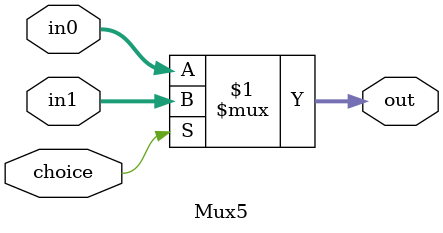
<source format=v>
`timescale 1ns / 1ns
module Mux5(
    input choice,
    input[4:0] in0,
    input[4:0] in1,
    output[4:0] out
);
    assign out=choice?in1:in0;
endmodule
</source>
